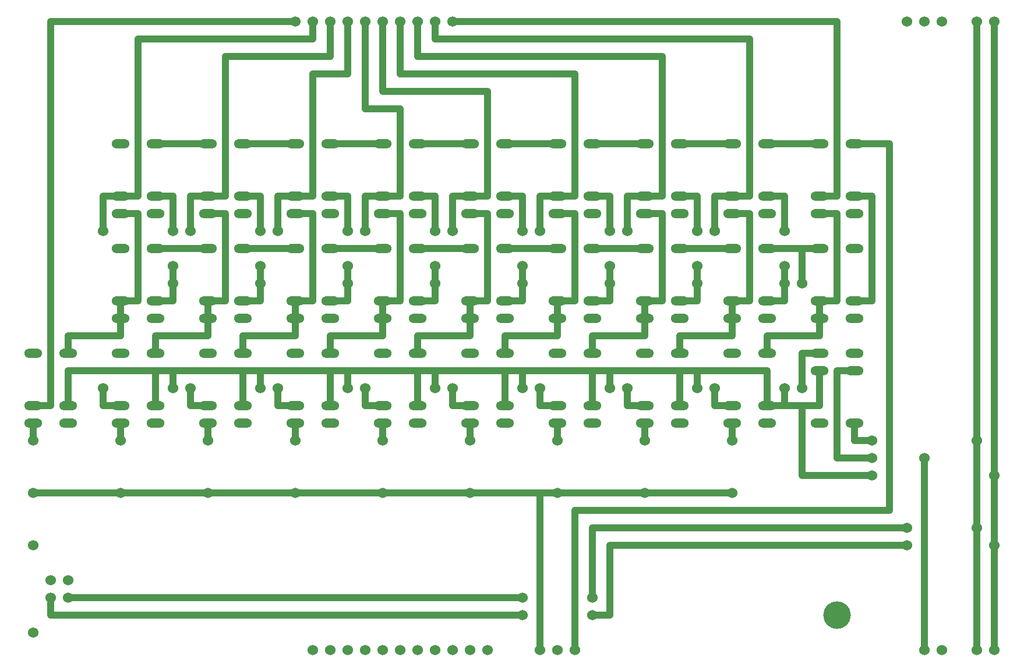
<source format=gbr>
G04 DesignSpark PCB Gerber Version 9.0 Build 5115 *
%FSLAX35Y35*%
%MOIN*%
%ADD29C,0.03937*%
%ADD10C,0.06000*%
%ADD18O,0.10400X0.05200*%
%ADD73C,0.15748*%
X0Y0D02*
D02*
D10*
X27022Y28596D03*
Y78596D03*
Y108596D03*
Y138596D03*
X37022Y48596D03*
Y58596D03*
X47022Y48596D03*
Y58596D03*
X67022Y168596D03*
Y258596D03*
X77022Y108596D03*
Y138596D03*
X107022Y168596D03*
Y228596D03*
Y238596D03*
Y258596D03*
X117022Y168596D03*
Y258596D03*
X127022Y108596D03*
Y138596D03*
X157022Y168596D03*
Y228596D03*
Y238596D03*
Y258596D03*
X167022Y168596D03*
Y258596D03*
X177022Y108596D03*
Y138596D03*
Y378596D03*
X187022Y18596D03*
Y378596D03*
X197022Y18596D03*
Y378596D03*
X207022Y18596D03*
Y168596D03*
Y228596D03*
Y238596D03*
Y258596D03*
Y378596D03*
X217022Y18596D03*
Y168596D03*
Y258596D03*
Y378596D03*
X227022Y18596D03*
Y108596D03*
Y138596D03*
Y378596D03*
X237022Y18596D03*
Y378596D03*
X247022Y18596D03*
Y378596D03*
X257022Y18596D03*
Y168596D03*
Y228596D03*
Y238596D03*
Y258596D03*
Y378596D03*
X267022Y18596D03*
Y168596D03*
Y258596D03*
Y378596D03*
X277022Y18596D03*
Y108596D03*
Y138596D03*
X287022Y18596D03*
X307022Y38596D03*
Y48596D03*
Y168596D03*
Y228596D03*
Y238596D03*
Y258596D03*
X317022Y18596D03*
Y168596D03*
Y258596D03*
X327022Y18596D03*
Y108596D03*
Y138596D03*
X337022Y18596D03*
X347022Y38596D03*
Y48596D03*
X357022Y168596D03*
Y228596D03*
Y238596D03*
Y258596D03*
X367022Y168596D03*
Y258596D03*
X377022Y108596D03*
Y138596D03*
X407022Y168596D03*
Y228596D03*
Y238596D03*
Y258596D03*
X417022Y168596D03*
Y258596D03*
X427022Y108596D03*
Y138596D03*
X457022Y168596D03*
Y228596D03*
Y238596D03*
Y258596D03*
X467022Y168596D03*
Y228596D03*
X507022Y118596D03*
Y128596D03*
Y138596D03*
X527022Y78596D03*
Y88596D03*
Y378596D03*
X537022Y18596D03*
Y128596D03*
Y378596D03*
X547022Y18596D03*
Y378596D03*
X567022Y18596D03*
Y88596D03*
Y138596D03*
Y378596D03*
X577022Y18596D03*
Y78596D03*
Y118596D03*
Y378596D03*
D02*
D18*
X27022Y148596D03*
Y158596D03*
Y188596D03*
X47022Y148596D03*
Y158596D03*
Y188596D03*
X77022Y148596D03*
Y158596D03*
Y188596D03*
Y208596D03*
Y218596D03*
Y248596D03*
Y268596D03*
Y278596D03*
Y308596D03*
X97022Y148596D03*
Y158596D03*
Y188596D03*
Y208596D03*
Y218596D03*
Y248596D03*
Y268596D03*
Y278596D03*
Y308596D03*
X127022Y148596D03*
Y158596D03*
Y188596D03*
Y208596D03*
Y218596D03*
Y248596D03*
Y268596D03*
Y278596D03*
Y308596D03*
X147022Y148596D03*
Y158596D03*
Y188596D03*
Y208596D03*
Y218596D03*
Y248596D03*
Y268596D03*
Y278596D03*
Y308596D03*
X177022Y148596D03*
Y158596D03*
Y188596D03*
Y208596D03*
Y218596D03*
Y248596D03*
Y268596D03*
Y278596D03*
Y308596D03*
X197022Y148596D03*
Y158596D03*
Y188596D03*
Y208596D03*
Y218596D03*
Y248596D03*
Y268596D03*
Y278596D03*
Y308596D03*
X227022Y148596D03*
Y158596D03*
Y188596D03*
Y208596D03*
Y218596D03*
Y248596D03*
Y268596D03*
Y278596D03*
Y308596D03*
X247022Y148596D03*
Y158596D03*
Y188596D03*
Y208596D03*
Y218596D03*
Y248596D03*
Y268596D03*
Y278596D03*
Y308596D03*
X277022Y148596D03*
Y158596D03*
Y188596D03*
Y208596D03*
Y218596D03*
Y248596D03*
Y268596D03*
Y278596D03*
Y308596D03*
X297022Y148596D03*
Y158596D03*
Y188596D03*
Y208596D03*
Y218596D03*
Y248596D03*
Y268596D03*
Y278596D03*
Y308596D03*
X327022Y148596D03*
Y158596D03*
Y188596D03*
Y208596D03*
Y218596D03*
Y248596D03*
Y268596D03*
Y278596D03*
Y308596D03*
X347022Y148596D03*
Y158596D03*
Y188596D03*
Y208596D03*
Y218596D03*
Y248596D03*
Y268596D03*
Y278596D03*
Y308596D03*
X377022Y148596D03*
Y158596D03*
Y188596D03*
Y208596D03*
Y218596D03*
Y248596D03*
Y268596D03*
Y278596D03*
Y308596D03*
X397022Y148596D03*
Y158596D03*
Y188596D03*
Y208596D03*
Y218596D03*
Y248596D03*
Y268596D03*
Y278596D03*
Y308596D03*
X427022Y148596D03*
Y158596D03*
Y188596D03*
Y208596D03*
Y218596D03*
Y248596D03*
Y268596D03*
Y278596D03*
Y308596D03*
X447022Y148596D03*
Y158596D03*
Y188596D03*
Y208596D03*
Y218596D03*
Y248596D03*
Y268596D03*
Y278596D03*
Y308596D03*
X477022Y148596D03*
Y178596D03*
Y188596D03*
Y208596D03*
Y218596D03*
Y248596D03*
Y268596D03*
Y278596D03*
Y308596D03*
X497022Y148596D03*
Y178596D03*
Y188596D03*
Y208596D03*
Y218596D03*
Y248596D03*
Y268596D03*
Y278596D03*
Y308596D03*
D02*
D29*
X27022Y108596D02*
X77022D01*
X27022Y148596D02*
Y138596D01*
Y158596D02*
X37022D01*
Y378596*
X177022*
X37022Y48596D02*
Y38596D01*
X307022*
X47022Y188596D02*
Y198596D01*
X77022*
Y208596*
X67022Y168596D02*
Y158596D01*
X77022*
X67022Y258596D02*
Y278596D01*
X77022*
Y108596D02*
X127022D01*
X77022Y148596D02*
Y138596D01*
Y218596D02*
Y208596D01*
Y268596D02*
X87022D01*
Y218596*
X77022*
Y278596D02*
X87022D01*
Y368596*
X187022*
Y378596*
X97022Y158596D02*
Y178596D01*
X47022*
Y158596*
X97022Y188596D02*
Y198596D01*
X127022*
Y208596*
X97022Y248596D02*
X127022D01*
X97022Y278596D02*
X107022D01*
Y258596*
Y168596D02*
Y178596D01*
X97022*
X107022Y228596D02*
Y238596D01*
Y228596D02*
Y218596D01*
X97022*
X117022Y168596D02*
Y158596D01*
X127022*
X117022Y258596D02*
Y278596D01*
X127022*
Y108596D02*
X177022D01*
X127022Y148596D02*
Y138596D01*
Y218596D02*
Y208596D01*
Y268596D02*
X137022D01*
Y218596*
X127022*
Y278596D02*
X137022D01*
Y358596*
X197022*
Y378596*
X127022Y308596D02*
X97022D01*
X147022Y158596D02*
Y178596D01*
X107022*
X147022Y188596D02*
Y198596D01*
X177022*
Y208596*
X147022Y248596D02*
X177022D01*
X147022Y278596D02*
X157022D01*
Y258596*
Y178596D02*
Y168596D01*
Y178596D02*
X147022D01*
X157022Y228596D02*
Y218596D01*
X147022*
X157022Y238596D02*
Y228596D01*
X167022Y168596D02*
Y158596D01*
X177022*
X167022Y258596D02*
Y278596D01*
X177022*
Y148596D02*
Y138596D01*
Y218596D02*
Y208596D01*
Y268596D02*
X187022D01*
Y218596*
X177022*
Y278596D02*
X187022D01*
Y348596*
X207022*
Y378596*
X177022Y308596D02*
X147022D01*
X197022Y158596D02*
Y178596D01*
X157022*
X197022Y188596D02*
Y198596D01*
X227022*
Y208596*
X197022Y248596D02*
X227022D01*
X197022Y278596D02*
X207022D01*
Y258596*
Y168596D02*
Y178596D01*
X197022*
X207022Y228596D02*
Y238596D01*
Y228596D02*
Y218596D01*
X197022*
X217022Y168596D02*
Y158596D01*
X227022*
X217022Y258596D02*
Y278596D01*
X227022*
Y108596D02*
X177022D01*
X227022D02*
X277022D01*
X227022Y148596D02*
Y138596D01*
Y218596D02*
Y208596D01*
Y268596D02*
X237022D01*
Y218596*
X227022*
Y278596D02*
X237022D01*
Y328596*
X217022*
Y378596*
X227022Y308596D02*
X197022D01*
X247022Y158596D02*
Y178596D01*
X207022*
X247022Y188596D02*
Y198596D01*
X277022*
Y208596*
X247022Y248596D02*
X277022D01*
X247022Y278596D02*
X257022D01*
Y258596*
Y178596D02*
Y168596D01*
Y178596D02*
X247022D01*
X257022Y228596D02*
Y218596D01*
X247022*
X257022Y238596D02*
Y228596D01*
X267022Y168596D02*
Y158596D01*
X277022*
X267022Y258596D02*
Y278596D01*
X277022*
X267022Y378596D02*
X487022D01*
Y278596*
X477022*
X277022Y108596D02*
X317022D01*
X277022Y148596D02*
Y138596D01*
Y218596D02*
Y208596D01*
Y268596D02*
X287022D01*
Y218596*
X277022*
Y278596D02*
X287022D01*
Y338596*
X227022*
Y378596*
X277022Y308596D02*
X247022D01*
X297022Y158596D02*
Y178596D01*
X257022*
X297022Y188596D02*
Y198596D01*
X327022*
Y208596*
X297022Y248596D02*
X327022D01*
X297022Y278596D02*
X307022D01*
Y258596*
Y48596D02*
X47022D01*
X307022Y178596D02*
Y168596D01*
Y178596D02*
X297022D01*
X307022Y228596D02*
Y238596D01*
Y228596D02*
Y218596D01*
X297022*
X317022Y18596D02*
Y108596D01*
X327022*
X317022Y168596D02*
Y158596D01*
X327022*
X317022Y258596D02*
Y278596D01*
X327022*
Y108596D02*
X377022D01*
X327022Y148596D02*
Y138596D01*
Y218596D02*
Y208596D01*
Y268596D02*
X337022D01*
Y218596*
X327022*
Y278596D02*
X337022D01*
Y348596*
X237022*
Y378596*
X327022Y308596D02*
X297022D01*
X347022Y38596D02*
X357022D01*
Y78596*
X527022*
X347022Y48596D02*
Y88596D01*
X527022*
X347022Y158596D02*
Y178596D01*
X307022*
X347022Y188596D02*
Y198596D01*
X377022*
Y208596*
X347022Y248596D02*
X377022D01*
X347022Y278596D02*
X357022D01*
Y258596*
Y178596D02*
Y168596D01*
Y178596D02*
X347022D01*
X357022Y228596D02*
Y218596D01*
X347022*
X357022Y238596D02*
Y228596D01*
X367022Y168596D02*
Y158596D01*
X377022*
X367022Y258596D02*
Y278596D01*
X377022*
Y148596D02*
Y138596D01*
Y218596D02*
Y208596D01*
Y268596D02*
X387022D01*
Y218596*
X377022*
Y278596D02*
X387022D01*
Y358596*
X247022*
Y378596*
X377022Y308596D02*
X347022D01*
X397022Y158596D02*
Y178596D01*
X357022*
X397022Y188596D02*
Y198596D01*
X427022*
Y208596*
X397022Y248596D02*
X427022D01*
X397022Y278596D02*
X407022D01*
Y258596*
X397022Y308596D02*
X427022D01*
X407022Y178596D02*
Y168596D01*
Y178596D02*
X397022D01*
X407022Y228596D02*
Y218596D01*
X397022*
X407022Y238596D02*
Y228596D01*
X417022Y168596D02*
Y158596D01*
X427022*
X417022Y258596D02*
Y278596D01*
X427022*
Y108596D02*
X377022D01*
X427022Y148596D02*
Y138596D01*
Y218596D02*
Y208596D01*
Y268596D02*
X437022D01*
Y218596*
X427022*
Y278596D02*
X437022D01*
Y368596*
X257022*
Y378596*
X447022Y158596D02*
Y178596D01*
X407022*
X447022Y188596D02*
Y198596D01*
X477022*
Y208596*
X447022Y248596D02*
X467022D01*
X447022Y278596D02*
X457022D01*
Y258596*
X447022Y308596D02*
X477022D01*
X457022Y158596D02*
Y168596D01*
Y158596D02*
X447022D01*
X457022Y228596D02*
Y218596D01*
X447022*
X457022Y238596D02*
Y228596D01*
X467022Y158596D02*
Y118596D01*
X507022*
X467022Y158596D02*
X457022D01*
X467022Y228596D02*
Y248596D01*
X477022*
Y178596D02*
Y158596D01*
X467022*
X477022Y188596D02*
X467022D01*
Y168596*
X477022Y218596D02*
Y208596D01*
Y268596D02*
X487022D01*
Y218596*
X477022*
X497022Y148596D02*
Y138596D01*
X507022*
X497022Y178596D02*
X487022D01*
Y128596*
X507022*
X497022Y278596D02*
X507022D01*
Y218596*
X497022*
Y308596D02*
X517022D01*
Y98596*
X337022*
Y18596*
X537022D02*
Y128596D01*
X567022Y88596D02*
Y18596D01*
Y138596D02*
Y88596D01*
Y378596D02*
Y138596D01*
X577022Y18596D02*
Y78596D01*
Y118596D02*
Y78596D01*
Y118596D02*
Y378596D01*
D02*
D73*
X486864Y38439D03*
X0Y0D02*
M02*

</source>
